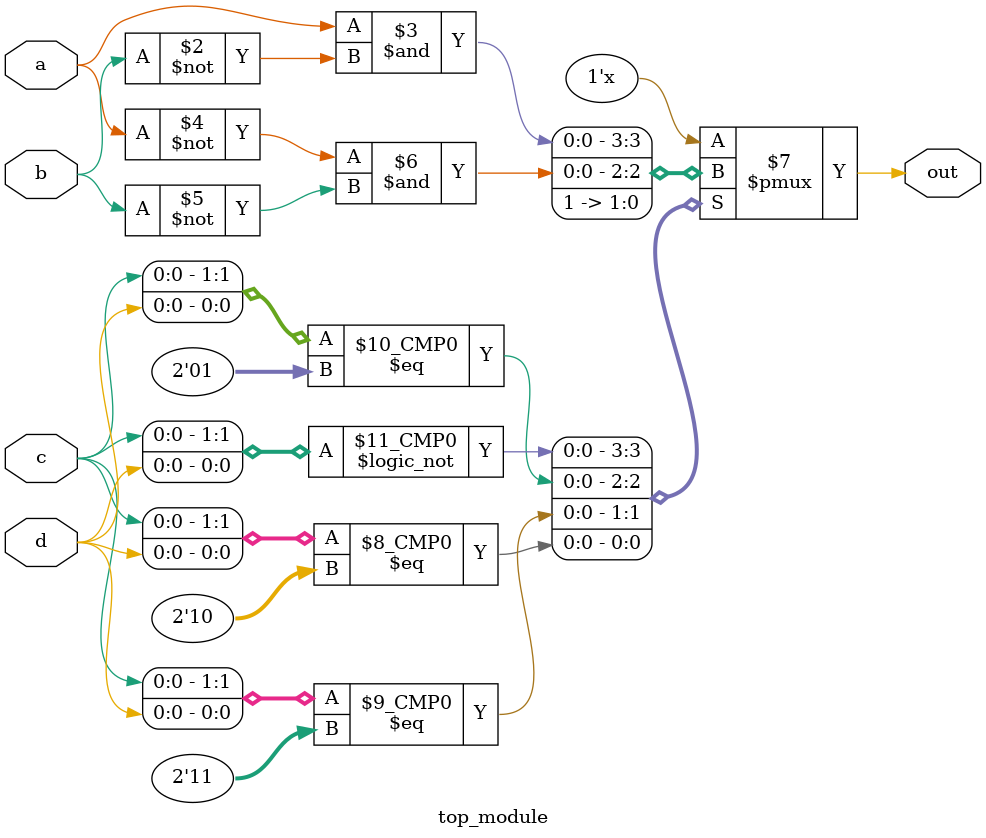
<source format=sv>
module top_module (
    input a, 
    input b,
    input c,
    input d,
    output reg out
);

always @(*) begin
    case ({c, d})
        2'b00: out = a & ~b;
        2'b01: out = ~a & ~b;
        2'b11: out = 1'b1;
        2'b10: out = 1'b1;
        default: out = 1'b1; // Don't-care condition
    endcase
end

endmodule

</source>
